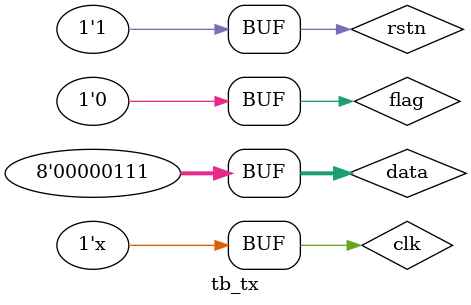
<source format=v>
`timescale 1ns/1ns
module tb_tx();

reg    clk,rstn,flag;
reg    [7:0]   data;
wire tx;

initial
begin
    clk = 1'b1;
    rstn <= 1'b0;
    #20
    rstn <= 1'b1;
end

initial begin
        data <= 8'b0;
        flag <= 1'b0;
        #200
        //发送数据0
        data <= 8'd0;
        flag <= 1'b1;
        #20
        flag <= 1'b0;
//每发送1bit数据需要5208个时钟周期，一帧数据为10bit
//所以需要数据延时(5208*20*10)后再产生下一个数据
        #(5208*20*10);
        //发送数据1
        data <= 8'd1;
        flag <= 1'b1;
        #20
        flag <= 1'b0;
        #(5208*20*10);
        //发送数据2
        data <= 8'd2;
        flag <= 1'b1;
        #20
        flag <= 1'b0;
        #(5208*20*10);
        //发送数据3
        data <= 8'd3;
        flag <= 1'b1;
        #20
        flag <= 1'b0;
        #(5208*20*10);
        //发送数据4
        data <= 8'd4;
        flag <= 1'b1;
        #20
        flag <= 1'b0;
        #(5208*20*10);
        //发送数据5
        data <= 8'd5;
        flag <= 1'b1;
        #20
        flag <= 1'b0;
        #(5208*20*10);
        //发送数据6
        data <= 8'd6;
        flag <= 1'b1;
        #20
        flag <= 1'b0;
        #(5208*20*10);
        //发送数据7
        data <= 8'd7;
        flag <= 1'b1;
        #20
        flag <= 1'b0;
end

always#10 clk = ~clk;

tx
#(  .MAX_CNT(5208))
tx_2
(
    .clk(clk),
    .rstn(rstn),
    .data(data),
    .flag(flag),
	.tx(tx)
);

endmodule
</source>
